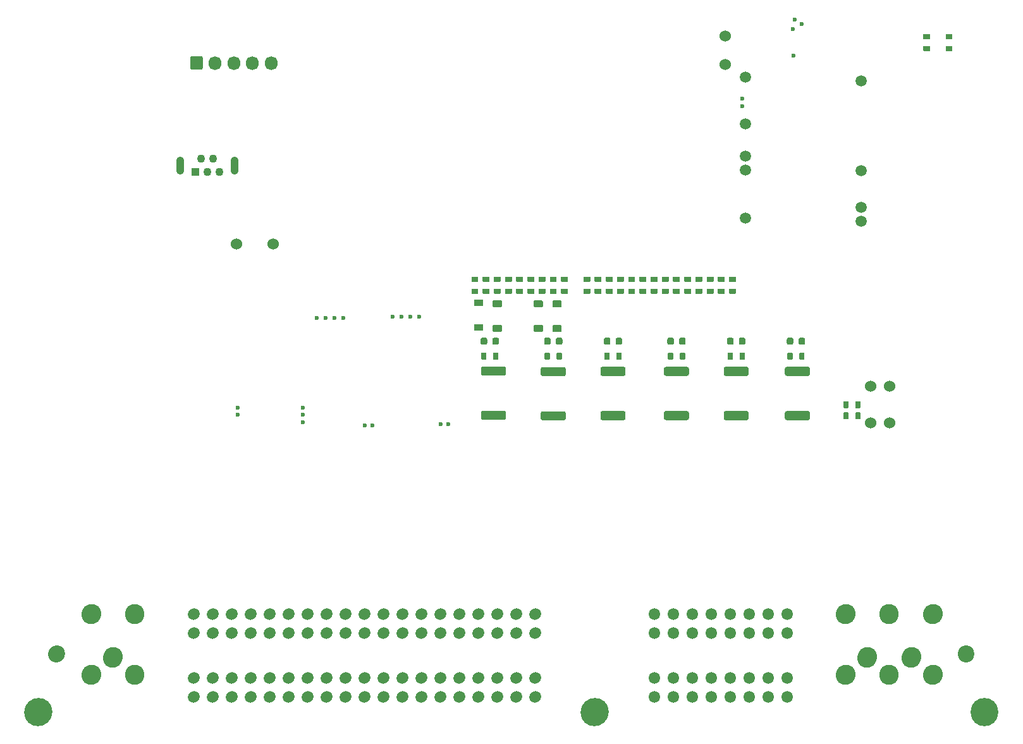
<source format=gbs>
G04 #@! TF.GenerationSoftware,KiCad,Pcbnew,8.0.8*
G04 #@! TF.CreationDate,2025-12-17T17:48:41-05:00*
G04 #@! TF.ProjectId,hellen121vag,68656c6c-656e-4313-9231-7661672e6b69,d*
G04 #@! TF.SameCoordinates,PX2b953a0PY6943058*
G04 #@! TF.FileFunction,Soldermask,Bot*
G04 #@! TF.FilePolarity,Negative*
%FSLAX46Y46*%
G04 Gerber Fmt 4.6, Leading zero omitted, Abs format (unit mm)*
G04 Created by KiCad (PCBNEW 8.0.8) date 2025-12-17 17:48:41*
%MOMM*%
%LPD*%
G01*
G04 APERTURE LIST*
%ADD10R,1.100000X1.100000*%
%ADD11C,1.100000*%
%ADD12O,1.100000X2.400000*%
%ADD13O,1.700000X1.850000*%
%ADD14C,2.600000*%
%ADD15C,1.500000*%
%ADD16C,3.700000*%
%ADD17C,2.200000*%
%ADD18C,0.600000*%
%ADD19C,1.524000*%
%ADD20C,0.599999*%
G04 APERTURE END LIST*
D10*
G04 #@! TO.C,J2*
X39650000Y77775000D03*
D11*
X40450000Y79525000D03*
X41250000Y77775000D03*
X42050000Y79525000D03*
X42850000Y77775000D03*
D12*
X44900000Y78650000D03*
X37600000Y78650000D03*
G04 #@! TD*
G04 #@! TO.C,J1*
G36*
G01*
X38950000Y91700000D02*
X38950000Y93050000D01*
G75*
G02*
X39200000Y93300000I250000J0D01*
G01*
X40400000Y93300000D01*
G75*
G02*
X40650000Y93050000I0J-250000D01*
G01*
X40650000Y91700000D01*
G75*
G02*
X40400000Y91450000I-250000J0D01*
G01*
X39200000Y91450000D01*
G75*
G02*
X38950000Y91700000I0J250000D01*
G01*
G37*
D13*
X42300000Y92375000D03*
X44800000Y92375000D03*
X47300000Y92375000D03*
X49800000Y92375000D03*
G04 #@! TD*
D14*
G04 #@! TO.C,P1*
X138448000Y18622000D03*
X132548000Y18622000D03*
X126748000Y18622000D03*
X135548000Y12822000D03*
X129648000Y12822000D03*
X138448000Y10492000D03*
X132548000Y10492000D03*
X126748000Y10492000D03*
D15*
X118918000Y18622000D03*
X116378000Y18622000D03*
X113838000Y18622000D03*
X111298000Y18622000D03*
X108758000Y18622000D03*
X106218000Y18622000D03*
X103678000Y18622000D03*
X101138000Y18622000D03*
X118918000Y16082000D03*
X116378000Y16082000D03*
X113838000Y16082000D03*
X111298000Y16082000D03*
X108758000Y16082000D03*
X106218000Y16082000D03*
X103678000Y16082000D03*
X101138000Y16082000D03*
X118918000Y10032000D03*
X116378000Y10032000D03*
X113838000Y10032000D03*
X111298000Y10032000D03*
X108758000Y10032000D03*
X106218000Y10032000D03*
X103678000Y10032000D03*
X101138000Y10032000D03*
X118918000Y7492000D03*
X116378000Y7492000D03*
X113838000Y7492000D03*
X111298000Y7492000D03*
X108758000Y7492000D03*
X106218000Y7492000D03*
X103678000Y7492000D03*
X101138000Y7492000D03*
X39448000Y7492000D03*
X41988000Y7492000D03*
X44528000Y7492000D03*
X47068000Y7492000D03*
X49608000Y7492000D03*
X52148000Y7492000D03*
X54688000Y7492000D03*
X57228000Y7492000D03*
X59768000Y7492000D03*
X62308000Y7492000D03*
X64848000Y7492000D03*
X67388000Y7492000D03*
X69928000Y7492000D03*
X72468000Y7492000D03*
X75008000Y7492000D03*
X77548000Y7492000D03*
X80088000Y7492000D03*
X82628000Y7492000D03*
X85168000Y7492000D03*
X39448000Y10032000D03*
X41988000Y10032000D03*
X44528000Y10032000D03*
X47068000Y10032000D03*
X49608000Y10032000D03*
X52148000Y10032000D03*
X54688000Y10032000D03*
X57228000Y10032000D03*
X59768000Y10032000D03*
X62308000Y10032000D03*
X64848000Y10032000D03*
X67388000Y10032000D03*
X69928000Y10032000D03*
X72468000Y10032000D03*
X75008000Y10032000D03*
X77548000Y10032000D03*
X80088000Y10032000D03*
X82628000Y10032000D03*
X85168000Y10032000D03*
X39448000Y16082000D03*
X41988000Y16082000D03*
X44528000Y16082000D03*
X47068000Y16082000D03*
X49608000Y16082000D03*
X52148000Y16082000D03*
X54688000Y16082000D03*
X57228000Y16082000D03*
X59768000Y16082000D03*
X62308000Y16082000D03*
X64848000Y16082000D03*
X67388000Y16082000D03*
X69928000Y16082000D03*
X72468000Y16082000D03*
X75008000Y16082000D03*
X77548000Y16082000D03*
X80088000Y16082000D03*
X82628000Y16082000D03*
X85168000Y16082000D03*
X39448000Y18622000D03*
X41988000Y18622000D03*
X44528000Y18622000D03*
X47068000Y18622000D03*
X49608000Y18622000D03*
X52148000Y18622000D03*
X54688000Y18622000D03*
X57228000Y18622000D03*
X59768000Y18622000D03*
X62308000Y18622000D03*
X64848000Y18622000D03*
X67388000Y18622000D03*
X69928000Y18622000D03*
X72468000Y18622000D03*
X75008000Y18622000D03*
X77548000Y18622000D03*
X80088000Y18622000D03*
X82628000Y18622000D03*
X85168000Y18622000D03*
D14*
X31548000Y18622000D03*
X25748000Y18622000D03*
X28648000Y12822000D03*
X31548000Y10492000D03*
X25748000Y10492000D03*
D16*
X145348000Y5492000D03*
D17*
X142898000Y13292000D03*
D16*
X93148000Y5492000D03*
D17*
X21098000Y13292000D03*
D16*
X18648000Y5492000D03*
G04 #@! TD*
D15*
G04 #@! TO.C,M1*
X113325007Y71600008D03*
X113325007Y78000005D03*
X113325007Y79900008D03*
X113325007Y84200008D03*
D18*
X112875008Y86600005D03*
X112875008Y87600006D03*
D15*
X113325007Y90450008D03*
X128825004Y71150006D03*
X128825004Y73000005D03*
X128825004Y77950008D03*
X128825004Y90000006D03*
G04 #@! TD*
D19*
G04 #@! TO.C,F3*
X45125005Y68100005D03*
X50025005Y68100005D03*
G04 #@! TD*
G04 #@! TO.C,F1*
X132575005Y44150005D03*
X132575005Y49050005D03*
G04 #@! TD*
D18*
G04 #@! TO.C,M3*
X68450005Y58425005D03*
X69650005Y58425005D03*
X67250005Y58425005D03*
X66050005Y58425005D03*
X72510005Y44000005D03*
X73510005Y44000005D03*
G04 #@! TD*
D19*
G04 #@! TO.C,F2*
X130075005Y44150005D03*
X130075005Y49050005D03*
G04 #@! TD*
D14*
G04 #@! TO.C,P2*
X138400000Y18505000D03*
X132500000Y18505000D03*
X126700000Y18505000D03*
X135500000Y12705000D03*
X129600000Y12705000D03*
X138400000Y10375000D03*
X132500000Y10375000D03*
X126700000Y10375000D03*
D15*
X118870000Y18505000D03*
X116330000Y18505000D03*
X113790000Y18505000D03*
X111250000Y18505000D03*
X108710000Y18505000D03*
X106170000Y18505000D03*
X103630000Y18505000D03*
X101090000Y18505000D03*
X118870000Y15965000D03*
X116330000Y15965000D03*
X113790000Y15965000D03*
X111250000Y15965000D03*
X108710000Y15965000D03*
X106170000Y15965000D03*
X103630000Y15965000D03*
X101090000Y15965000D03*
X118870000Y9915000D03*
X116330000Y9915000D03*
X113790000Y9915000D03*
X111250000Y9915000D03*
X108710000Y9915000D03*
X106170000Y9915000D03*
X103630000Y9915000D03*
X101090000Y9915000D03*
X118870000Y7375000D03*
X116330000Y7375000D03*
X113790000Y7375000D03*
X111250000Y7375000D03*
X108710000Y7375000D03*
X106170000Y7375000D03*
X103630000Y7375000D03*
X101090000Y7375000D03*
X39400000Y7375000D03*
X41940000Y7375000D03*
X44480000Y7375000D03*
X47020000Y7375000D03*
X49560000Y7375000D03*
X52100000Y7375000D03*
X54640000Y7375000D03*
X57180000Y7375000D03*
X59720000Y7375000D03*
X62260000Y7375000D03*
X64800000Y7375000D03*
X67340000Y7375000D03*
X69880000Y7375000D03*
X72420000Y7375000D03*
X74960000Y7375000D03*
X77500000Y7375000D03*
X80040000Y7375000D03*
X82580000Y7375000D03*
X85120000Y7375000D03*
X39400000Y9915000D03*
X41940000Y9915000D03*
X44480000Y9915000D03*
X47020000Y9915000D03*
X49560000Y9915000D03*
X52100000Y9915000D03*
X54640000Y9915000D03*
X57180000Y9915000D03*
X59720000Y9915000D03*
X62260000Y9915000D03*
X64800000Y9915000D03*
X67340000Y9915000D03*
X69880000Y9915000D03*
X72420000Y9915000D03*
X74960000Y9915000D03*
X77500000Y9915000D03*
X80040000Y9915000D03*
X82580000Y9915000D03*
X85120000Y9915000D03*
X39400000Y15965000D03*
X41940000Y15965000D03*
X44480000Y15965000D03*
X47020000Y15965000D03*
X49560000Y15965000D03*
X52100000Y15965000D03*
X54640000Y15965000D03*
X57180000Y15965000D03*
X59720000Y15965000D03*
X62260000Y15965000D03*
X64800000Y15965000D03*
X67340000Y15965000D03*
X69880000Y15965000D03*
X72420000Y15965000D03*
X74960000Y15965000D03*
X77500000Y15965000D03*
X80040000Y15965000D03*
X82580000Y15965000D03*
X85120000Y15965000D03*
X39400000Y18505000D03*
X41940000Y18505000D03*
X44480000Y18505000D03*
X47020000Y18505000D03*
X49560000Y18505000D03*
X52100000Y18505000D03*
X54640000Y18505000D03*
X57180000Y18505000D03*
X59720000Y18505000D03*
X62260000Y18505000D03*
X64800000Y18505000D03*
X67340000Y18505000D03*
X69880000Y18505000D03*
X72420000Y18505000D03*
X74960000Y18505000D03*
X77500000Y18505000D03*
X80040000Y18505000D03*
X82580000Y18505000D03*
X85120000Y18505000D03*
D14*
X31500000Y18505000D03*
X25700000Y18505000D03*
X28600000Y12705000D03*
X31500000Y10375000D03*
X25700000Y10375000D03*
D16*
X145300000Y5375000D03*
D17*
X142850000Y13175000D03*
D16*
X93100000Y5375000D03*
D17*
X21050000Y13175000D03*
D16*
X18600000Y5375000D03*
G04 #@! TD*
D20*
G04 #@! TO.C,M7*
X119712507Y93318344D03*
X119637504Y96868345D03*
X120812508Y97618343D03*
X119937506Y98143343D03*
G04 #@! TD*
D19*
G04 #@! TO.C,R4*
X110575005Y92145006D03*
X110575005Y95955006D03*
G04 #@! TD*
D18*
G04 #@! TO.C,M4*
X58275005Y58237505D03*
X59475005Y58237505D03*
X57075005Y58237505D03*
X55875005Y58237505D03*
X62335005Y43812505D03*
X63335005Y43812505D03*
G04 #@! TD*
G04 #@! TO.C,M2*
X54050005Y46175004D03*
X54050005Y45225004D03*
X54050005Y44275006D03*
X45350005Y45275004D03*
X45350005Y46175004D03*
G04 #@! TD*
G04 #@! TO.C,R14*
G36*
G01*
X108185005Y63750005D02*
X108965005Y63750005D01*
G75*
G02*
X109035005Y63680005I0J-70000D01*
G01*
X109035005Y63120005D01*
G75*
G02*
X108965005Y63050005I-70000J0D01*
G01*
X108185005Y63050005D01*
G75*
G02*
X108115005Y63120005I0J70000D01*
G01*
X108115005Y63680005D01*
G75*
G02*
X108185005Y63750005I70000J0D01*
G01*
G37*
G36*
G01*
X108185005Y62150005D02*
X108965005Y62150005D01*
G75*
G02*
X109035005Y62080005I0J-70000D01*
G01*
X109035005Y61520005D01*
G75*
G02*
X108965005Y61450005I-70000J0D01*
G01*
X108185005Y61450005D01*
G75*
G02*
X108115005Y61520005I0J70000D01*
G01*
X108115005Y62080005D01*
G75*
G02*
X108185005Y62150005I70000J0D01*
G01*
G37*
G04 #@! TD*
G04 #@! TO.C,R47*
G36*
G01*
X102185005Y63750005D02*
X102965005Y63750005D01*
G75*
G02*
X103035005Y63680005I0J-70000D01*
G01*
X103035005Y63120005D01*
G75*
G02*
X102965005Y63050005I-70000J0D01*
G01*
X102185005Y63050005D01*
G75*
G02*
X102115005Y63120005I0J70000D01*
G01*
X102115005Y63680005D01*
G75*
G02*
X102185005Y63750005I70000J0D01*
G01*
G37*
G36*
G01*
X102185005Y62150005D02*
X102965005Y62150005D01*
G75*
G02*
X103035005Y62080005I0J-70000D01*
G01*
X103035005Y61520005D01*
G75*
G02*
X102965005Y61450005I-70000J0D01*
G01*
X102185005Y61450005D01*
G75*
G02*
X102115005Y61520005I0J70000D01*
G01*
X102115005Y62080005D01*
G75*
G02*
X102185005Y62150005I70000J0D01*
G01*
G37*
G04 #@! TD*
G04 #@! TO.C,R20*
G36*
G01*
X78150005Y51712505D02*
X81000005Y51712505D01*
G75*
G02*
X81250005Y51462505I0J-250000D01*
G01*
X81250005Y50737505D01*
G75*
G02*
X81000005Y50487505I-250000J0D01*
G01*
X78150005Y50487505D01*
G75*
G02*
X77900005Y50737505I0J250000D01*
G01*
X77900005Y51462505D01*
G75*
G02*
X78150005Y51712505I250000J0D01*
G01*
G37*
G36*
G01*
X78150005Y45787505D02*
X81000005Y45787505D01*
G75*
G02*
X81250005Y45537505I0J-250000D01*
G01*
X81250005Y44812505D01*
G75*
G02*
X81000005Y44562505I-250000J0D01*
G01*
X78150005Y44562505D01*
G75*
G02*
X77900005Y44812505I0J250000D01*
G01*
X77900005Y45537505D01*
G75*
G02*
X78150005Y45787505I250000J0D01*
G01*
G37*
G04 #@! TD*
G04 #@! TO.C,R45*
G36*
G01*
X84185005Y63750005D02*
X84965005Y63750005D01*
G75*
G02*
X85035005Y63680005I0J-70000D01*
G01*
X85035005Y63120005D01*
G75*
G02*
X84965005Y63050005I-70000J0D01*
G01*
X84185005Y63050005D01*
G75*
G02*
X84115005Y63120005I0J70000D01*
G01*
X84115005Y63680005D01*
G75*
G02*
X84185005Y63750005I70000J0D01*
G01*
G37*
G36*
G01*
X84185005Y62150005D02*
X84965005Y62150005D01*
G75*
G02*
X85035005Y62080005I0J-70000D01*
G01*
X85035005Y61520005D01*
G75*
G02*
X84965005Y61450005I-70000J0D01*
G01*
X84185005Y61450005D01*
G75*
G02*
X84115005Y61520005I0J70000D01*
G01*
X84115005Y62080005D01*
G75*
G02*
X84185005Y62150005I70000J0D01*
G01*
G37*
G04 #@! TD*
G04 #@! TO.C,R21*
G36*
G01*
X86150005Y51637505D02*
X89000005Y51637505D01*
G75*
G02*
X89250005Y51387505I0J-250000D01*
G01*
X89250005Y50662505D01*
G75*
G02*
X89000005Y50412505I-250000J0D01*
G01*
X86150005Y50412505D01*
G75*
G02*
X85900005Y50662505I0J250000D01*
G01*
X85900005Y51387505D01*
G75*
G02*
X86150005Y51637505I250000J0D01*
G01*
G37*
G36*
G01*
X86150005Y45712505D02*
X89000005Y45712505D01*
G75*
G02*
X89250005Y45462505I0J-250000D01*
G01*
X89250005Y44737505D01*
G75*
G02*
X89000005Y44487505I-250000J0D01*
G01*
X86150005Y44487505D01*
G75*
G02*
X85900005Y44737505I0J250000D01*
G01*
X85900005Y45462505D01*
G75*
G02*
X86150005Y45712505I250000J0D01*
G01*
G37*
G04 #@! TD*
G04 #@! TO.C,F9*
G36*
G01*
X110850005Y54843755D02*
X110850005Y55356255D01*
G75*
G02*
X111068755Y55575005I218750J0D01*
G01*
X111506255Y55575005D01*
G75*
G02*
X111725005Y55356255I0J-218750D01*
G01*
X111725005Y54843755D01*
G75*
G02*
X111506255Y54625005I-218750J0D01*
G01*
X111068755Y54625005D01*
G75*
G02*
X110850005Y54843755I0J218750D01*
G01*
G37*
G36*
G01*
X112425005Y54843755D02*
X112425005Y55356255D01*
G75*
G02*
X112643755Y55575005I218750J0D01*
G01*
X113081255Y55575005D01*
G75*
G02*
X113300005Y55356255I0J-218750D01*
G01*
X113300005Y54843755D01*
G75*
G02*
X113081255Y54625005I-218750J0D01*
G01*
X112643755Y54625005D01*
G75*
G02*
X112425005Y54843755I0J218750D01*
G01*
G37*
G04 #@! TD*
G04 #@! TO.C,R38*
G36*
G01*
X82685005Y63750005D02*
X83465005Y63750005D01*
G75*
G02*
X83535005Y63680005I0J-70000D01*
G01*
X83535005Y63120005D01*
G75*
G02*
X83465005Y63050005I-70000J0D01*
G01*
X82685005Y63050005D01*
G75*
G02*
X82615005Y63120005I0J70000D01*
G01*
X82615005Y63680005D01*
G75*
G02*
X82685005Y63750005I70000J0D01*
G01*
G37*
G36*
G01*
X82685005Y62150005D02*
X83465005Y62150005D01*
G75*
G02*
X83535005Y62080005I0J-70000D01*
G01*
X83535005Y61520005D01*
G75*
G02*
X83465005Y61450005I-70000J0D01*
G01*
X82685005Y61450005D01*
G75*
G02*
X82615005Y61520005I0J70000D01*
G01*
X82615005Y62080005D01*
G75*
G02*
X82685005Y62150005I70000J0D01*
G01*
G37*
G04 #@! TD*
G04 #@! TO.C,D2*
G36*
G01*
X85065005Y60550005D02*
X86085005Y60550005D01*
G75*
G02*
X86175005Y60460005I0J-90000D01*
G01*
X86175005Y59740005D01*
G75*
G02*
X86085005Y59650005I-90000J0D01*
G01*
X85065005Y59650005D01*
G75*
G02*
X84975005Y59740005I0J90000D01*
G01*
X84975005Y60460005D01*
G75*
G02*
X85065005Y60550005I90000J0D01*
G01*
G37*
G36*
G01*
X85065005Y57250005D02*
X86085005Y57250005D01*
G75*
G02*
X86175005Y57160005I0J-90000D01*
G01*
X86175005Y56440005D01*
G75*
G02*
X86085005Y56350005I-90000J0D01*
G01*
X85065005Y56350005D01*
G75*
G02*
X84975005Y56440005I0J90000D01*
G01*
X84975005Y57160005D01*
G75*
G02*
X85065005Y57250005I90000J0D01*
G01*
G37*
G04 #@! TD*
G04 #@! TO.C,R41*
G36*
G01*
X137185005Y96250005D02*
X137965005Y96250005D01*
G75*
G02*
X138035005Y96180005I0J-70000D01*
G01*
X138035005Y95620005D01*
G75*
G02*
X137965005Y95550005I-70000J0D01*
G01*
X137185005Y95550005D01*
G75*
G02*
X137115005Y95620005I0J70000D01*
G01*
X137115005Y96180005D01*
G75*
G02*
X137185005Y96250005I70000J0D01*
G01*
G37*
G36*
G01*
X137185005Y94650005D02*
X137965005Y94650005D01*
G75*
G02*
X138035005Y94580005I0J-70000D01*
G01*
X138035005Y94020005D01*
G75*
G02*
X137965005Y93950005I-70000J0D01*
G01*
X137185005Y93950005D01*
G75*
G02*
X137115005Y94020005I0J70000D01*
G01*
X137115005Y94580005D01*
G75*
G02*
X137185005Y94650005I70000J0D01*
G01*
G37*
G04 #@! TD*
G04 #@! TO.C,R34*
G36*
G01*
X88685005Y63750005D02*
X89465005Y63750005D01*
G75*
G02*
X89535005Y63680005I0J-70000D01*
G01*
X89535005Y63120005D01*
G75*
G02*
X89465005Y63050005I-70000J0D01*
G01*
X88685005Y63050005D01*
G75*
G02*
X88615005Y63120005I0J70000D01*
G01*
X88615005Y63680005D01*
G75*
G02*
X88685005Y63750005I70000J0D01*
G01*
G37*
G36*
G01*
X88685005Y62150005D02*
X89465005Y62150005D01*
G75*
G02*
X89535005Y62080005I0J-70000D01*
G01*
X89535005Y61520005D01*
G75*
G02*
X89465005Y61450005I-70000J0D01*
G01*
X88685005Y61450005D01*
G75*
G02*
X88615005Y61520005I0J70000D01*
G01*
X88615005Y62080005D01*
G75*
G02*
X88685005Y62150005I70000J0D01*
G01*
G37*
G04 #@! TD*
G04 #@! TO.C,R37*
G36*
G01*
X79685005Y63750005D02*
X80465005Y63750005D01*
G75*
G02*
X80535005Y63680005I0J-70000D01*
G01*
X80535005Y63120005D01*
G75*
G02*
X80465005Y63050005I-70000J0D01*
G01*
X79685005Y63050005D01*
G75*
G02*
X79615005Y63120005I0J70000D01*
G01*
X79615005Y63680005D01*
G75*
G02*
X79685005Y63750005I70000J0D01*
G01*
G37*
G36*
G01*
X79685005Y62150005D02*
X80465005Y62150005D01*
G75*
G02*
X80535005Y62080005I0J-70000D01*
G01*
X80535005Y61520005D01*
G75*
G02*
X80465005Y61450005I-70000J0D01*
G01*
X79685005Y61450005D01*
G75*
G02*
X79615005Y61520005I0J70000D01*
G01*
X79615005Y62080005D01*
G75*
G02*
X79685005Y62150005I70000J0D01*
G01*
G37*
G04 #@! TD*
G04 #@! TO.C,D4*
G36*
G01*
X77065005Y60700005D02*
X78085005Y60700005D01*
G75*
G02*
X78175005Y60610005I0J-90000D01*
G01*
X78175005Y59890005D01*
G75*
G02*
X78085005Y59800005I-90000J0D01*
G01*
X77065005Y59800005D01*
G75*
G02*
X76975005Y59890005I0J90000D01*
G01*
X76975005Y60610005D01*
G75*
G02*
X77065005Y60700005I90000J0D01*
G01*
G37*
G36*
G01*
X77065005Y57400005D02*
X78085005Y57400005D01*
G75*
G02*
X78175005Y57310005I0J-90000D01*
G01*
X78175005Y56590005D01*
G75*
G02*
X78085005Y56500005I-90000J0D01*
G01*
X77065005Y56500005D01*
G75*
G02*
X76975005Y56590005I0J90000D01*
G01*
X76975005Y57310005D01*
G75*
G02*
X77065005Y57400005I90000J0D01*
G01*
G37*
G04 #@! TD*
G04 #@! TO.C,R32*
G36*
G01*
X100685005Y63750005D02*
X101465005Y63750005D01*
G75*
G02*
X101535005Y63680005I0J-70000D01*
G01*
X101535005Y63120005D01*
G75*
G02*
X101465005Y63050005I-70000J0D01*
G01*
X100685005Y63050005D01*
G75*
G02*
X100615005Y63120005I0J70000D01*
G01*
X100615005Y63680005D01*
G75*
G02*
X100685005Y63750005I70000J0D01*
G01*
G37*
G36*
G01*
X100685005Y62150005D02*
X101465005Y62150005D01*
G75*
G02*
X101535005Y62080005I0J-70000D01*
G01*
X101535005Y61520005D01*
G75*
G02*
X101465005Y61450005I-70000J0D01*
G01*
X100685005Y61450005D01*
G75*
G02*
X100615005Y61520005I0J70000D01*
G01*
X100615005Y62080005D01*
G75*
G02*
X100685005Y62150005I70000J0D01*
G01*
G37*
G04 #@! TD*
G04 #@! TO.C,R39*
G36*
G01*
X76685005Y63750005D02*
X77465005Y63750005D01*
G75*
G02*
X77535005Y63680005I0J-70000D01*
G01*
X77535005Y63120005D01*
G75*
G02*
X77465005Y63050005I-70000J0D01*
G01*
X76685005Y63050005D01*
G75*
G02*
X76615005Y63120005I0J70000D01*
G01*
X76615005Y63680005D01*
G75*
G02*
X76685005Y63750005I70000J0D01*
G01*
G37*
G36*
G01*
X76685005Y62150005D02*
X77465005Y62150005D01*
G75*
G02*
X77535005Y62080005I0J-70000D01*
G01*
X77535005Y61520005D01*
G75*
G02*
X77465005Y61450005I-70000J0D01*
G01*
X76685005Y61450005D01*
G75*
G02*
X76615005Y61520005I0J70000D01*
G01*
X76615005Y62080005D01*
G75*
G02*
X76685005Y62150005I70000J0D01*
G01*
G37*
G04 #@! TD*
G04 #@! TO.C,R28*
G36*
G01*
X118845005Y51675005D02*
X121695005Y51675005D01*
G75*
G02*
X121945005Y51425005I0J-250000D01*
G01*
X121945005Y50700005D01*
G75*
G02*
X121695005Y50450005I-250000J0D01*
G01*
X118845005Y50450005D01*
G75*
G02*
X118595005Y50700005I0J250000D01*
G01*
X118595005Y51425005D01*
G75*
G02*
X118845005Y51675005I250000J0D01*
G01*
G37*
G36*
G01*
X118845005Y45750005D02*
X121695005Y45750005D01*
G75*
G02*
X121945005Y45500005I0J-250000D01*
G01*
X121945005Y44775005D01*
G75*
G02*
X121695005Y44525005I-250000J0D01*
G01*
X118845005Y44525005D01*
G75*
G02*
X118595005Y44775005I0J250000D01*
G01*
X118595005Y45500005D01*
G75*
G02*
X118845005Y45750005I250000J0D01*
G01*
G37*
G04 #@! TD*
G04 #@! TO.C,F5*
G36*
G01*
X77850005Y54843755D02*
X77850005Y55356255D01*
G75*
G02*
X78068755Y55575005I218750J0D01*
G01*
X78506255Y55575005D01*
G75*
G02*
X78725005Y55356255I0J-218750D01*
G01*
X78725005Y54843755D01*
G75*
G02*
X78506255Y54625005I-218750J0D01*
G01*
X78068755Y54625005D01*
G75*
G02*
X77850005Y54843755I0J218750D01*
G01*
G37*
G36*
G01*
X79425005Y54843755D02*
X79425005Y55356255D01*
G75*
G02*
X79643755Y55575005I218750J0D01*
G01*
X80081255Y55575005D01*
G75*
G02*
X80300005Y55356255I0J-218750D01*
G01*
X80300005Y54843755D01*
G75*
G02*
X80081255Y54625005I-218750J0D01*
G01*
X79643755Y54625005D01*
G75*
G02*
X79425005Y54843755I0J218750D01*
G01*
G37*
G04 #@! TD*
G04 #@! TO.C,R26*
G36*
G01*
X102650005Y51675005D02*
X105500005Y51675005D01*
G75*
G02*
X105750005Y51425005I0J-250000D01*
G01*
X105750005Y50700005D01*
G75*
G02*
X105500005Y50450005I-250000J0D01*
G01*
X102650005Y50450005D01*
G75*
G02*
X102400005Y50700005I0J250000D01*
G01*
X102400005Y51425005D01*
G75*
G02*
X102650005Y51675005I250000J0D01*
G01*
G37*
G36*
G01*
X102650005Y45750005D02*
X105500005Y45750005D01*
G75*
G02*
X105750005Y45500005I0J-250000D01*
G01*
X105750005Y44775005D01*
G75*
G02*
X105500005Y44525005I-250000J0D01*
G01*
X102650005Y44525005D01*
G75*
G02*
X102400005Y44775005I0J250000D01*
G01*
X102400005Y45500005D01*
G75*
G02*
X102650005Y45750005I250000J0D01*
G01*
G37*
G04 #@! TD*
G04 #@! TO.C,R24*
G36*
G01*
X113225005Y53490005D02*
X113225005Y52710005D01*
G75*
G02*
X113155005Y52640005I-70000J0D01*
G01*
X112595005Y52640005D01*
G75*
G02*
X112525005Y52710005I0J70000D01*
G01*
X112525005Y53490005D01*
G75*
G02*
X112595005Y53560005I70000J0D01*
G01*
X113155005Y53560005D01*
G75*
G02*
X113225005Y53490005I0J-70000D01*
G01*
G37*
G36*
G01*
X111625005Y53490005D02*
X111625005Y52710005D01*
G75*
G02*
X111555005Y52640005I-70000J0D01*
G01*
X110995005Y52640005D01*
G75*
G02*
X110925005Y52710005I0J70000D01*
G01*
X110925005Y53490005D01*
G75*
G02*
X110995005Y53560005I70000J0D01*
G01*
X111555005Y53560005D01*
G75*
G02*
X111625005Y53490005I0J-70000D01*
G01*
G37*
G04 #@! TD*
G04 #@! TO.C,R40*
G36*
G01*
X140185005Y96250005D02*
X140965005Y96250005D01*
G75*
G02*
X141035005Y96180005I0J-70000D01*
G01*
X141035005Y95620005D01*
G75*
G02*
X140965005Y95550005I-70000J0D01*
G01*
X140185005Y95550005D01*
G75*
G02*
X140115005Y95620005I0J70000D01*
G01*
X140115005Y96180005D01*
G75*
G02*
X140185005Y96250005I70000J0D01*
G01*
G37*
G36*
G01*
X140185005Y94650005D02*
X140965005Y94650005D01*
G75*
G02*
X141035005Y94580005I0J-70000D01*
G01*
X141035005Y94020005D01*
G75*
G02*
X140965005Y93950005I-70000J0D01*
G01*
X140185005Y93950005D01*
G75*
G02*
X140115005Y94020005I0J70000D01*
G01*
X140115005Y94580005D01*
G75*
G02*
X140185005Y94650005I70000J0D01*
G01*
G37*
G04 #@! TD*
G04 #@! TO.C,F8*
G36*
G01*
X102850005Y54843755D02*
X102850005Y55356255D01*
G75*
G02*
X103068755Y55575005I218750J0D01*
G01*
X103506255Y55575005D01*
G75*
G02*
X103725005Y55356255I0J-218750D01*
G01*
X103725005Y54843755D01*
G75*
G02*
X103506255Y54625005I-218750J0D01*
G01*
X103068755Y54625005D01*
G75*
G02*
X102850005Y54843755I0J218750D01*
G01*
G37*
G36*
G01*
X104425005Y54843755D02*
X104425005Y55356255D01*
G75*
G02*
X104643755Y55575005I218750J0D01*
G01*
X105081255Y55575005D01*
G75*
G02*
X105300005Y55356255I0J-218750D01*
G01*
X105300005Y54843755D01*
G75*
G02*
X105081255Y54625005I-218750J0D01*
G01*
X104643755Y54625005D01*
G75*
G02*
X104425005Y54843755I0J218750D01*
G01*
G37*
G04 #@! TD*
G04 #@! TO.C,R33*
G36*
G01*
X94685005Y63750005D02*
X95465005Y63750005D01*
G75*
G02*
X95535005Y63680005I0J-70000D01*
G01*
X95535005Y63120005D01*
G75*
G02*
X95465005Y63050005I-70000J0D01*
G01*
X94685005Y63050005D01*
G75*
G02*
X94615005Y63120005I0J70000D01*
G01*
X94615005Y63680005D01*
G75*
G02*
X94685005Y63750005I70000J0D01*
G01*
G37*
G36*
G01*
X94685005Y62150005D02*
X95465005Y62150005D01*
G75*
G02*
X95535005Y62080005I0J-70000D01*
G01*
X95535005Y61520005D01*
G75*
G02*
X95465005Y61450005I-70000J0D01*
G01*
X94685005Y61450005D01*
G75*
G02*
X94615005Y61520005I0J70000D01*
G01*
X94615005Y62080005D01*
G75*
G02*
X94685005Y62150005I70000J0D01*
G01*
G37*
G04 #@! TD*
G04 #@! TO.C,R16*
G36*
G01*
X85685005Y63750005D02*
X86465005Y63750005D01*
G75*
G02*
X86535005Y63680005I0J-70000D01*
G01*
X86535005Y63120005D01*
G75*
G02*
X86465005Y63050005I-70000J0D01*
G01*
X85685005Y63050005D01*
G75*
G02*
X85615005Y63120005I0J70000D01*
G01*
X85615005Y63680005D01*
G75*
G02*
X85685005Y63750005I70000J0D01*
G01*
G37*
G36*
G01*
X85685005Y62150005D02*
X86465005Y62150005D01*
G75*
G02*
X86535005Y62080005I0J-70000D01*
G01*
X86535005Y61520005D01*
G75*
G02*
X86465005Y61450005I-70000J0D01*
G01*
X85685005Y61450005D01*
G75*
G02*
X85615005Y61520005I0J70000D01*
G01*
X85615005Y62080005D01*
G75*
G02*
X85685005Y62150005I70000J0D01*
G01*
G37*
G04 #@! TD*
G04 #@! TO.C,F6*
G36*
G01*
X86350005Y54843755D02*
X86350005Y55356255D01*
G75*
G02*
X86568755Y55575005I218750J0D01*
G01*
X87006255Y55575005D01*
G75*
G02*
X87225005Y55356255I0J-218750D01*
G01*
X87225005Y54843755D01*
G75*
G02*
X87006255Y54625005I-218750J0D01*
G01*
X86568755Y54625005D01*
G75*
G02*
X86350005Y54843755I0J218750D01*
G01*
G37*
G36*
G01*
X87925005Y54843755D02*
X87925005Y55356255D01*
G75*
G02*
X88143755Y55575005I218750J0D01*
G01*
X88581255Y55575005D01*
G75*
G02*
X88800005Y55356255I0J-218750D01*
G01*
X88800005Y54843755D01*
G75*
G02*
X88581255Y54625005I-218750J0D01*
G01*
X88143755Y54625005D01*
G75*
G02*
X87925005Y54843755I0J218750D01*
G01*
G37*
G04 #@! TD*
G04 #@! TO.C,R22*
G36*
G01*
X94150005Y51675005D02*
X97000005Y51675005D01*
G75*
G02*
X97250005Y51425005I0J-250000D01*
G01*
X97250005Y50700005D01*
G75*
G02*
X97000005Y50450005I-250000J0D01*
G01*
X94150005Y50450005D01*
G75*
G02*
X93900005Y50700005I0J250000D01*
G01*
X93900005Y51425005D01*
G75*
G02*
X94150005Y51675005I250000J0D01*
G01*
G37*
G36*
G01*
X94150005Y45750005D02*
X97000005Y45750005D01*
G75*
G02*
X97250005Y45500005I0J-250000D01*
G01*
X97250005Y44775005D01*
G75*
G02*
X97000005Y44525005I-250000J0D01*
G01*
X94150005Y44525005D01*
G75*
G02*
X93900005Y44775005I0J250000D01*
G01*
X93900005Y45500005D01*
G75*
G02*
X94150005Y45750005I250000J0D01*
G01*
G37*
G04 #@! TD*
G04 #@! TO.C,F7*
G36*
G01*
X94350005Y54843755D02*
X94350005Y55356255D01*
G75*
G02*
X94568755Y55575005I218750J0D01*
G01*
X95006255Y55575005D01*
G75*
G02*
X95225005Y55356255I0J-218750D01*
G01*
X95225005Y54843755D01*
G75*
G02*
X95006255Y54625005I-218750J0D01*
G01*
X94568755Y54625005D01*
G75*
G02*
X94350005Y54843755I0J218750D01*
G01*
G37*
G36*
G01*
X95925005Y54843755D02*
X95925005Y55356255D01*
G75*
G02*
X96143755Y55575005I218750J0D01*
G01*
X96581255Y55575005D01*
G75*
G02*
X96800005Y55356255I0J-218750D01*
G01*
X96800005Y54843755D01*
G75*
G02*
X96581255Y54625005I-218750J0D01*
G01*
X96143755Y54625005D01*
G75*
G02*
X95925005Y54843755I0J218750D01*
G01*
G37*
G04 #@! TD*
G04 #@! TO.C,R46*
G36*
G01*
X105185005Y63750005D02*
X105965005Y63750005D01*
G75*
G02*
X106035005Y63680005I0J-70000D01*
G01*
X106035005Y63120005D01*
G75*
G02*
X105965005Y63050005I-70000J0D01*
G01*
X105185005Y63050005D01*
G75*
G02*
X105115005Y63120005I0J70000D01*
G01*
X105115005Y63680005D01*
G75*
G02*
X105185005Y63750005I70000J0D01*
G01*
G37*
G36*
G01*
X105185005Y62150005D02*
X105965005Y62150005D01*
G75*
G02*
X106035005Y62080005I0J-70000D01*
G01*
X106035005Y61520005D01*
G75*
G02*
X105965005Y61450005I-70000J0D01*
G01*
X105185005Y61450005D01*
G75*
G02*
X105115005Y61520005I0J70000D01*
G01*
X105115005Y62080005D01*
G75*
G02*
X105185005Y62150005I70000J0D01*
G01*
G37*
G04 #@! TD*
G04 #@! TO.C,R17*
G36*
G01*
X80225005Y53490005D02*
X80225005Y52710005D01*
G75*
G02*
X80155005Y52640005I-70000J0D01*
G01*
X79595005Y52640005D01*
G75*
G02*
X79525005Y52710005I0J70000D01*
G01*
X79525005Y53490005D01*
G75*
G02*
X79595005Y53560005I70000J0D01*
G01*
X80155005Y53560005D01*
G75*
G02*
X80225005Y53490005I0J-70000D01*
G01*
G37*
G36*
G01*
X78625005Y53490005D02*
X78625005Y52710005D01*
G75*
G02*
X78555005Y52640005I-70000J0D01*
G01*
X77995005Y52640005D01*
G75*
G02*
X77925005Y52710005I0J70000D01*
G01*
X77925005Y53490005D01*
G75*
G02*
X77995005Y53560005I70000J0D01*
G01*
X78555005Y53560005D01*
G75*
G02*
X78625005Y53490005I0J-70000D01*
G01*
G37*
G04 #@! TD*
G04 #@! TO.C,R42*
G36*
G01*
X81185005Y63750005D02*
X81965005Y63750005D01*
G75*
G02*
X82035005Y63680005I0J-70000D01*
G01*
X82035005Y63120005D01*
G75*
G02*
X81965005Y63050005I-70000J0D01*
G01*
X81185005Y63050005D01*
G75*
G02*
X81115005Y63120005I0J70000D01*
G01*
X81115005Y63680005D01*
G75*
G02*
X81185005Y63750005I70000J0D01*
G01*
G37*
G36*
G01*
X81185005Y62150005D02*
X81965005Y62150005D01*
G75*
G02*
X82035005Y62080005I0J-70000D01*
G01*
X82035005Y61520005D01*
G75*
G02*
X81965005Y61450005I-70000J0D01*
G01*
X81185005Y61450005D01*
G75*
G02*
X81115005Y61520005I0J70000D01*
G01*
X81115005Y62080005D01*
G75*
G02*
X81185005Y62150005I70000J0D01*
G01*
G37*
G04 #@! TD*
G04 #@! TO.C,D3*
G36*
G01*
X79565005Y60550005D02*
X80585005Y60550005D01*
G75*
G02*
X80675005Y60460005I0J-90000D01*
G01*
X80675005Y59740005D01*
G75*
G02*
X80585005Y59650005I-90000J0D01*
G01*
X79565005Y59650005D01*
G75*
G02*
X79475005Y59740005I0J90000D01*
G01*
X79475005Y60460005D01*
G75*
G02*
X79565005Y60550005I90000J0D01*
G01*
G37*
G36*
G01*
X79565005Y57250005D02*
X80585005Y57250005D01*
G75*
G02*
X80675005Y57160005I0J-90000D01*
G01*
X80675005Y56440005D01*
G75*
G02*
X80585005Y56350005I-90000J0D01*
G01*
X79565005Y56350005D01*
G75*
G02*
X79475005Y56440005I0J90000D01*
G01*
X79475005Y57160005D01*
G75*
G02*
X79565005Y57250005I90000J0D01*
G01*
G37*
G04 #@! TD*
G04 #@! TO.C,R30*
G36*
G01*
X97685005Y63750005D02*
X98465005Y63750005D01*
G75*
G02*
X98535005Y63680005I0J-70000D01*
G01*
X98535005Y63120005D01*
G75*
G02*
X98465005Y63050005I-70000J0D01*
G01*
X97685005Y63050005D01*
G75*
G02*
X97615005Y63120005I0J70000D01*
G01*
X97615005Y63680005D01*
G75*
G02*
X97685005Y63750005I70000J0D01*
G01*
G37*
G36*
G01*
X97685005Y62150005D02*
X98465005Y62150005D01*
G75*
G02*
X98535005Y62080005I0J-70000D01*
G01*
X98535005Y61520005D01*
G75*
G02*
X98465005Y61450005I-70000J0D01*
G01*
X97685005Y61450005D01*
G75*
G02*
X97615005Y61520005I0J70000D01*
G01*
X97615005Y62080005D01*
G75*
G02*
X97685005Y62150005I70000J0D01*
G01*
G37*
G04 #@! TD*
G04 #@! TO.C,R18*
G36*
G01*
X88725005Y53490005D02*
X88725005Y52710005D01*
G75*
G02*
X88655005Y52640005I-70000J0D01*
G01*
X88095005Y52640005D01*
G75*
G02*
X88025005Y52710005I0J70000D01*
G01*
X88025005Y53490005D01*
G75*
G02*
X88095005Y53560005I70000J0D01*
G01*
X88655005Y53560005D01*
G75*
G02*
X88725005Y53490005I0J-70000D01*
G01*
G37*
G36*
G01*
X87125005Y53490005D02*
X87125005Y52710005D01*
G75*
G02*
X87055005Y52640005I-70000J0D01*
G01*
X86495005Y52640005D01*
G75*
G02*
X86425005Y52710005I0J70000D01*
G01*
X86425005Y53490005D01*
G75*
G02*
X86495005Y53560005I70000J0D01*
G01*
X87055005Y53560005D01*
G75*
G02*
X87125005Y53490005I0J-70000D01*
G01*
G37*
G04 #@! TD*
G04 #@! TO.C,R49*
G36*
G01*
X96185005Y63750005D02*
X96965005Y63750005D01*
G75*
G02*
X97035005Y63680005I0J-70000D01*
G01*
X97035005Y63120005D01*
G75*
G02*
X96965005Y63050005I-70000J0D01*
G01*
X96185005Y63050005D01*
G75*
G02*
X96115005Y63120005I0J70000D01*
G01*
X96115005Y63680005D01*
G75*
G02*
X96185005Y63750005I70000J0D01*
G01*
G37*
G36*
G01*
X96185005Y62150005D02*
X96965005Y62150005D01*
G75*
G02*
X97035005Y62080005I0J-70000D01*
G01*
X97035005Y61520005D01*
G75*
G02*
X96965005Y61450005I-70000J0D01*
G01*
X96185005Y61450005D01*
G75*
G02*
X96115005Y61520005I0J70000D01*
G01*
X96115005Y62080005D01*
G75*
G02*
X96185005Y62150005I70000J0D01*
G01*
G37*
G04 #@! TD*
G04 #@! TO.C,R36*
G36*
G01*
X109685005Y63750005D02*
X110465005Y63750005D01*
G75*
G02*
X110535005Y63680005I0J-70000D01*
G01*
X110535005Y63120005D01*
G75*
G02*
X110465005Y63050005I-70000J0D01*
G01*
X109685005Y63050005D01*
G75*
G02*
X109615005Y63120005I0J70000D01*
G01*
X109615005Y63680005D01*
G75*
G02*
X109685005Y63750005I70000J0D01*
G01*
G37*
G36*
G01*
X109685005Y62150005D02*
X110465005Y62150005D01*
G75*
G02*
X110535005Y62080005I0J-70000D01*
G01*
X110535005Y61520005D01*
G75*
G02*
X110465005Y61450005I-70000J0D01*
G01*
X109685005Y61450005D01*
G75*
G02*
X109615005Y61520005I0J70000D01*
G01*
X109615005Y62080005D01*
G75*
G02*
X109685005Y62150005I70000J0D01*
G01*
G37*
G04 #@! TD*
G04 #@! TO.C,R13*
G36*
G01*
X111185005Y63750005D02*
X111965005Y63750005D01*
G75*
G02*
X112035005Y63680005I0J-70000D01*
G01*
X112035005Y63120005D01*
G75*
G02*
X111965005Y63050005I-70000J0D01*
G01*
X111185005Y63050005D01*
G75*
G02*
X111115005Y63120005I0J70000D01*
G01*
X111115005Y63680005D01*
G75*
G02*
X111185005Y63750005I70000J0D01*
G01*
G37*
G36*
G01*
X111185005Y62150005D02*
X111965005Y62150005D01*
G75*
G02*
X112035005Y62080005I0J-70000D01*
G01*
X112035005Y61520005D01*
G75*
G02*
X111965005Y61450005I-70000J0D01*
G01*
X111185005Y61450005D01*
G75*
G02*
X111115005Y61520005I0J70000D01*
G01*
X111115005Y62080005D01*
G75*
G02*
X111185005Y62150005I70000J0D01*
G01*
G37*
G04 #@! TD*
G04 #@! TO.C,R35*
G36*
G01*
X106685005Y63750005D02*
X107465005Y63750005D01*
G75*
G02*
X107535005Y63680005I0J-70000D01*
G01*
X107535005Y63120005D01*
G75*
G02*
X107465005Y63050005I-70000J0D01*
G01*
X106685005Y63050005D01*
G75*
G02*
X106615005Y63120005I0J70000D01*
G01*
X106615005Y63680005D01*
G75*
G02*
X106685005Y63750005I70000J0D01*
G01*
G37*
G36*
G01*
X106685005Y62150005D02*
X107465005Y62150005D01*
G75*
G02*
X107535005Y62080005I0J-70000D01*
G01*
X107535005Y61520005D01*
G75*
G02*
X107465005Y61450005I-70000J0D01*
G01*
X106685005Y61450005D01*
G75*
G02*
X106615005Y61520005I0J70000D01*
G01*
X106615005Y62080005D01*
G75*
G02*
X106685005Y62150005I70000J0D01*
G01*
G37*
G04 #@! TD*
G04 #@! TO.C,R25*
G36*
G01*
X121225005Y53490005D02*
X121225005Y52710005D01*
G75*
G02*
X121155005Y52640005I-70000J0D01*
G01*
X120595005Y52640005D01*
G75*
G02*
X120525005Y52710005I0J70000D01*
G01*
X120525005Y53490005D01*
G75*
G02*
X120595005Y53560005I70000J0D01*
G01*
X121155005Y53560005D01*
G75*
G02*
X121225005Y53490005I0J-70000D01*
G01*
G37*
G36*
G01*
X119625005Y53490005D02*
X119625005Y52710005D01*
G75*
G02*
X119555005Y52640005I-70000J0D01*
G01*
X118995005Y52640005D01*
G75*
G02*
X118925005Y52710005I0J70000D01*
G01*
X118925005Y53490005D01*
G75*
G02*
X118995005Y53560005I70000J0D01*
G01*
X119555005Y53560005D01*
G75*
G02*
X119625005Y53490005I0J-70000D01*
G01*
G37*
G04 #@! TD*
G04 #@! TO.C,R2*
G36*
G01*
X128725005Y45490005D02*
X128725005Y44710005D01*
G75*
G02*
X128655005Y44640005I-70000J0D01*
G01*
X128095005Y44640005D01*
G75*
G02*
X128025005Y44710005I0J70000D01*
G01*
X128025005Y45490005D01*
G75*
G02*
X128095005Y45560005I70000J0D01*
G01*
X128655005Y45560005D01*
G75*
G02*
X128725005Y45490005I0J-70000D01*
G01*
G37*
G36*
G01*
X127125005Y45490005D02*
X127125005Y44710005D01*
G75*
G02*
X127055005Y44640005I-70000J0D01*
G01*
X126495005Y44640005D01*
G75*
G02*
X126425005Y44710005I0J70000D01*
G01*
X126425005Y45490005D01*
G75*
G02*
X126495005Y45560005I70000J0D01*
G01*
X127055005Y45560005D01*
G75*
G02*
X127125005Y45490005I0J-70000D01*
G01*
G37*
G04 #@! TD*
G04 #@! TO.C,F10*
G36*
G01*
X118850005Y54843755D02*
X118850005Y55356255D01*
G75*
G02*
X119068755Y55575005I218750J0D01*
G01*
X119506255Y55575005D01*
G75*
G02*
X119725005Y55356255I0J-218750D01*
G01*
X119725005Y54843755D01*
G75*
G02*
X119506255Y54625005I-218750J0D01*
G01*
X119068755Y54625005D01*
G75*
G02*
X118850005Y54843755I0J218750D01*
G01*
G37*
G36*
G01*
X120425005Y54843755D02*
X120425005Y55356255D01*
G75*
G02*
X120643755Y55575005I218750J0D01*
G01*
X121081255Y55575005D01*
G75*
G02*
X121300005Y55356255I0J-218750D01*
G01*
X121300005Y54843755D01*
G75*
G02*
X121081255Y54625005I-218750J0D01*
G01*
X120643755Y54625005D01*
G75*
G02*
X120425005Y54843755I0J218750D01*
G01*
G37*
G04 #@! TD*
G04 #@! TO.C,R48*
G36*
G01*
X99185005Y63750005D02*
X99965005Y63750005D01*
G75*
G02*
X100035005Y63680005I0J-70000D01*
G01*
X100035005Y63120005D01*
G75*
G02*
X99965005Y63050005I-70000J0D01*
G01*
X99185005Y63050005D01*
G75*
G02*
X99115005Y63120005I0J70000D01*
G01*
X99115005Y63680005D01*
G75*
G02*
X99185005Y63750005I70000J0D01*
G01*
G37*
G36*
G01*
X99185005Y62150005D02*
X99965005Y62150005D01*
G75*
G02*
X100035005Y62080005I0J-70000D01*
G01*
X100035005Y61520005D01*
G75*
G02*
X99965005Y61450005I-70000J0D01*
G01*
X99185005Y61450005D01*
G75*
G02*
X99115005Y61520005I0J70000D01*
G01*
X99115005Y62080005D01*
G75*
G02*
X99185005Y62150005I70000J0D01*
G01*
G37*
G04 #@! TD*
G04 #@! TO.C,R31*
G36*
G01*
X91685005Y63750005D02*
X92465005Y63750005D01*
G75*
G02*
X92535005Y63680005I0J-70000D01*
G01*
X92535005Y63120005D01*
G75*
G02*
X92465005Y63050005I-70000J0D01*
G01*
X91685005Y63050005D01*
G75*
G02*
X91615005Y63120005I0J70000D01*
G01*
X91615005Y63680005D01*
G75*
G02*
X91685005Y63750005I70000J0D01*
G01*
G37*
G36*
G01*
X91685005Y62150005D02*
X92465005Y62150005D01*
G75*
G02*
X92535005Y62080005I0J-70000D01*
G01*
X92535005Y61520005D01*
G75*
G02*
X92465005Y61450005I-70000J0D01*
G01*
X91685005Y61450005D01*
G75*
G02*
X91615005Y61520005I0J70000D01*
G01*
X91615005Y62080005D01*
G75*
G02*
X91685005Y62150005I70000J0D01*
G01*
G37*
G04 #@! TD*
G04 #@! TO.C,D1*
G36*
G01*
X87565005Y60550005D02*
X88585005Y60550005D01*
G75*
G02*
X88675005Y60460005I0J-90000D01*
G01*
X88675005Y59740005D01*
G75*
G02*
X88585005Y59650005I-90000J0D01*
G01*
X87565005Y59650005D01*
G75*
G02*
X87475005Y59740005I0J90000D01*
G01*
X87475005Y60460005D01*
G75*
G02*
X87565005Y60550005I90000J0D01*
G01*
G37*
G36*
G01*
X87565005Y57250005D02*
X88585005Y57250005D01*
G75*
G02*
X88675005Y57160005I0J-90000D01*
G01*
X88675005Y56440005D01*
G75*
G02*
X88585005Y56350005I-90000J0D01*
G01*
X87565005Y56350005D01*
G75*
G02*
X87475005Y56440005I0J90000D01*
G01*
X87475005Y57160005D01*
G75*
G02*
X87565005Y57250005I90000J0D01*
G01*
G37*
G04 #@! TD*
G04 #@! TO.C,R3*
G36*
G01*
X126425005Y46210005D02*
X126425005Y46990005D01*
G75*
G02*
X126495005Y47060005I70000J0D01*
G01*
X127055005Y47060005D01*
G75*
G02*
X127125005Y46990005I0J-70000D01*
G01*
X127125005Y46210005D01*
G75*
G02*
X127055005Y46140005I-70000J0D01*
G01*
X126495005Y46140005D01*
G75*
G02*
X126425005Y46210005I0J70000D01*
G01*
G37*
G36*
G01*
X128025005Y46210005D02*
X128025005Y46990005D01*
G75*
G02*
X128095005Y47060005I70000J0D01*
G01*
X128655005Y47060005D01*
G75*
G02*
X128725005Y46990005I0J-70000D01*
G01*
X128725005Y46210005D01*
G75*
G02*
X128655005Y46140005I-70000J0D01*
G01*
X128095005Y46140005D01*
G75*
G02*
X128025005Y46210005I0J70000D01*
G01*
G37*
G04 #@! TD*
G04 #@! TO.C,R23*
G36*
G01*
X105225005Y53490005D02*
X105225005Y52710005D01*
G75*
G02*
X105155005Y52640005I-70000J0D01*
G01*
X104595005Y52640005D01*
G75*
G02*
X104525005Y52710005I0J70000D01*
G01*
X104525005Y53490005D01*
G75*
G02*
X104595005Y53560005I70000J0D01*
G01*
X105155005Y53560005D01*
G75*
G02*
X105225005Y53490005I0J-70000D01*
G01*
G37*
G36*
G01*
X103625005Y53490005D02*
X103625005Y52710005D01*
G75*
G02*
X103555005Y52640005I-70000J0D01*
G01*
X102995005Y52640005D01*
G75*
G02*
X102925005Y52710005I0J70000D01*
G01*
X102925005Y53490005D01*
G75*
G02*
X102995005Y53560005I70000J0D01*
G01*
X103555005Y53560005D01*
G75*
G02*
X103625005Y53490005I0J-70000D01*
G01*
G37*
G04 #@! TD*
G04 #@! TO.C,R19*
G36*
G01*
X96725005Y53490005D02*
X96725005Y52710005D01*
G75*
G02*
X96655005Y52640005I-70000J0D01*
G01*
X96095005Y52640005D01*
G75*
G02*
X96025005Y52710005I0J70000D01*
G01*
X96025005Y53490005D01*
G75*
G02*
X96095005Y53560005I70000J0D01*
G01*
X96655005Y53560005D01*
G75*
G02*
X96725005Y53490005I0J-70000D01*
G01*
G37*
G36*
G01*
X95125005Y53490005D02*
X95125005Y52710005D01*
G75*
G02*
X95055005Y52640005I-70000J0D01*
G01*
X94495005Y52640005D01*
G75*
G02*
X94425005Y52710005I0J70000D01*
G01*
X94425005Y53490005D01*
G75*
G02*
X94495005Y53560005I70000J0D01*
G01*
X95055005Y53560005D01*
G75*
G02*
X95125005Y53490005I0J-70000D01*
G01*
G37*
G04 #@! TD*
G04 #@! TO.C,R50*
G36*
G01*
X93185005Y63750005D02*
X93965005Y63750005D01*
G75*
G02*
X94035005Y63680005I0J-70000D01*
G01*
X94035005Y63120005D01*
G75*
G02*
X93965005Y63050005I-70000J0D01*
G01*
X93185005Y63050005D01*
G75*
G02*
X93115005Y63120005I0J70000D01*
G01*
X93115005Y63680005D01*
G75*
G02*
X93185005Y63750005I70000J0D01*
G01*
G37*
G36*
G01*
X93185005Y62150005D02*
X93965005Y62150005D01*
G75*
G02*
X94035005Y62080005I0J-70000D01*
G01*
X94035005Y61520005D01*
G75*
G02*
X93965005Y61450005I-70000J0D01*
G01*
X93185005Y61450005D01*
G75*
G02*
X93115005Y61520005I0J70000D01*
G01*
X93115005Y62080005D01*
G75*
G02*
X93185005Y62150005I70000J0D01*
G01*
G37*
G04 #@! TD*
G04 #@! TO.C,R44*
G36*
G01*
X87185005Y63750005D02*
X87965005Y63750005D01*
G75*
G02*
X88035005Y63680005I0J-70000D01*
G01*
X88035005Y63120005D01*
G75*
G02*
X87965005Y63050005I-70000J0D01*
G01*
X87185005Y63050005D01*
G75*
G02*
X87115005Y63120005I0J70000D01*
G01*
X87115005Y63680005D01*
G75*
G02*
X87185005Y63750005I70000J0D01*
G01*
G37*
G36*
G01*
X87185005Y62150005D02*
X87965005Y62150005D01*
G75*
G02*
X88035005Y62080005I0J-70000D01*
G01*
X88035005Y61520005D01*
G75*
G02*
X87965005Y61450005I-70000J0D01*
G01*
X87185005Y61450005D01*
G75*
G02*
X87115005Y61520005I0J70000D01*
G01*
X87115005Y62080005D01*
G75*
G02*
X87185005Y62150005I70000J0D01*
G01*
G37*
G04 #@! TD*
G04 #@! TO.C,R27*
G36*
G01*
X110650005Y51675005D02*
X113500005Y51675005D01*
G75*
G02*
X113750005Y51425005I0J-250000D01*
G01*
X113750005Y50700005D01*
G75*
G02*
X113500005Y50450005I-250000J0D01*
G01*
X110650005Y50450005D01*
G75*
G02*
X110400005Y50700005I0J250000D01*
G01*
X110400005Y51425005D01*
G75*
G02*
X110650005Y51675005I250000J0D01*
G01*
G37*
G36*
G01*
X110650005Y45750005D02*
X113500005Y45750005D01*
G75*
G02*
X113750005Y45500005I0J-250000D01*
G01*
X113750005Y44775005D01*
G75*
G02*
X113500005Y44525005I-250000J0D01*
G01*
X110650005Y44525005D01*
G75*
G02*
X110400005Y44775005I0J250000D01*
G01*
X110400005Y45500005D01*
G75*
G02*
X110650005Y45750005I250000J0D01*
G01*
G37*
G04 #@! TD*
G04 #@! TO.C,R29*
G36*
G01*
X103685005Y63750005D02*
X104465005Y63750005D01*
G75*
G02*
X104535005Y63680005I0J-70000D01*
G01*
X104535005Y63120005D01*
G75*
G02*
X104465005Y63050005I-70000J0D01*
G01*
X103685005Y63050005D01*
G75*
G02*
X103615005Y63120005I0J70000D01*
G01*
X103615005Y63680005D01*
G75*
G02*
X103685005Y63750005I70000J0D01*
G01*
G37*
G36*
G01*
X103685005Y62150005D02*
X104465005Y62150005D01*
G75*
G02*
X104535005Y62080005I0J-70000D01*
G01*
X104535005Y61520005D01*
G75*
G02*
X104465005Y61450005I-70000J0D01*
G01*
X103685005Y61450005D01*
G75*
G02*
X103615005Y61520005I0J70000D01*
G01*
X103615005Y62080005D01*
G75*
G02*
X103685005Y62150005I70000J0D01*
G01*
G37*
G04 #@! TD*
G04 #@! TO.C,R43*
G36*
G01*
X78185005Y63750005D02*
X78965005Y63750005D01*
G75*
G02*
X79035005Y63680005I0J-70000D01*
G01*
X79035005Y63120005D01*
G75*
G02*
X78965005Y63050005I-70000J0D01*
G01*
X78185005Y63050005D01*
G75*
G02*
X78115005Y63120005I0J70000D01*
G01*
X78115005Y63680005D01*
G75*
G02*
X78185005Y63750005I70000J0D01*
G01*
G37*
G36*
G01*
X78185005Y62150005D02*
X78965005Y62150005D01*
G75*
G02*
X79035005Y62080005I0J-70000D01*
G01*
X79035005Y61520005D01*
G75*
G02*
X78965005Y61450005I-70000J0D01*
G01*
X78185005Y61450005D01*
G75*
G02*
X78115005Y61520005I0J70000D01*
G01*
X78115005Y62080005D01*
G75*
G02*
X78185005Y62150005I70000J0D01*
G01*
G37*
G04 #@! TD*
M02*

</source>
